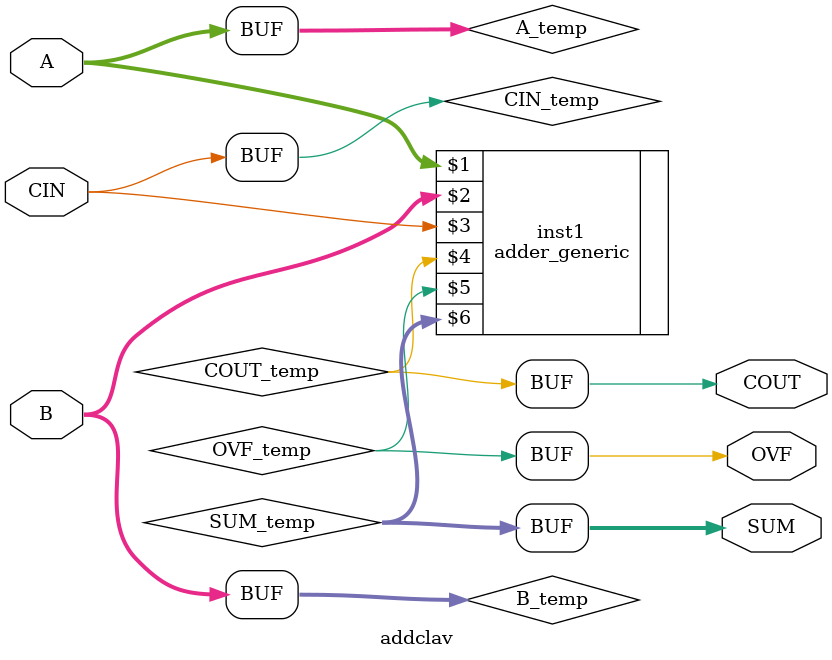
<source format=v>
module addclav(A,B,CIN,COUT,OVF,SUM);
  parameter N = 8;
  parameter DPFLAG = 1;
  parameter GROUP = "dpath1";
  parameter
        d_A = 0,
        d_B = 0,
        d_CIN_r = 0,
        d_CIN_f = 0,
        d_COUT_r = 1,
        d_COUT_f = 1,
        d_OVF_r = 1,
        d_OVF_f = 1,
        d_SUM = 1;
  input [(N - 1):0] A;
  input [(N - 1):0] B;
  input  CIN;
  output  COUT;
  output  OVF;
  output [(N - 1):0] SUM;
  wire [(N - 1):0] A_temp;
  wire [(N - 1):0] B_temp;
  wire  CIN_temp;
  wire  COUT_temp;
  wire  OVF_temp;
  wire [(N - 1):0] SUM_temp;
  assign #(d_A) A_temp = A;
  assign #(d_B) B_temp = B;
  assign #(d_CIN_r,d_CIN_f) CIN_temp = CIN;
  assign #(d_COUT_r,d_COUT_f) COUT = COUT_temp;
  assign #(d_OVF_r,d_OVF_f) OVF = OVF_temp;
  assign #(d_SUM) SUM = SUM_temp;
  adder_generic #(N) inst1 (A_temp,B_temp,CIN_temp,COUT_temp,OVF_temp,SUM_temp);
endmodule

</source>
